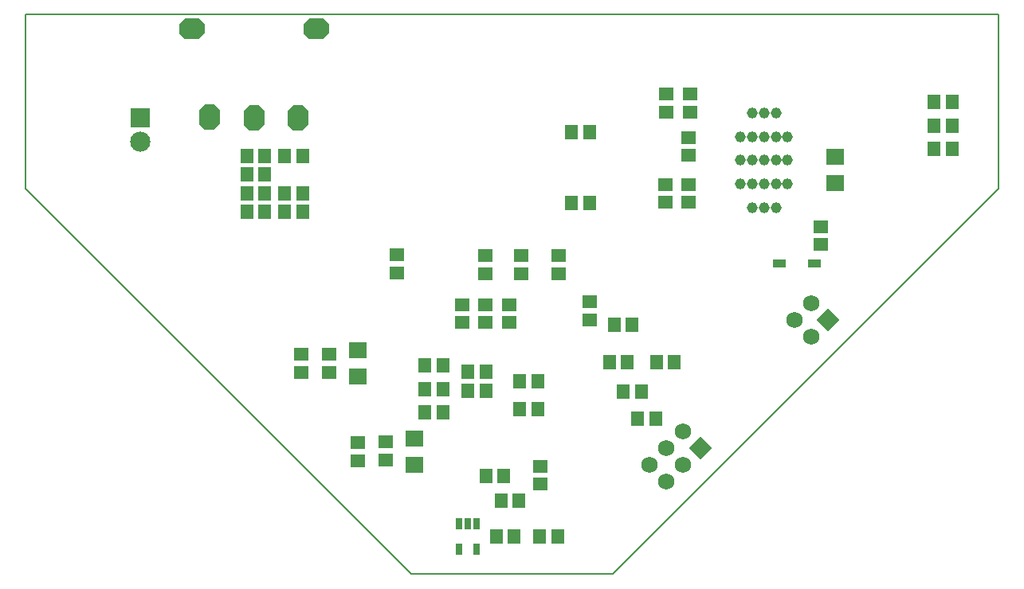
<source format=gbs>
%FSLAX44Y44*%
%MOMM*%
G71*
G01*
G75*
G04 Layer_Color=16711935*
%ADD10R,1.3000X1.5000*%
%ADD11O,0.6000X1.5000*%
%ADD12R,2.8000X2.1000*%
%ADD13R,2.0000X0.6100*%
G04:AMPARAMS|DCode=14|XSize=1.145mm|YSize=0.55mm|CornerRadius=0.1375mm|HoleSize=0mm|Usage=FLASHONLY|Rotation=270.000|XOffset=0mm|YOffset=0mm|HoleType=Round|Shape=RoundedRectangle|*
%AMROUNDEDRECTD14*
21,1,1.1450,0.2750,0,0,270.0*
21,1,0.8700,0.5500,0,0,270.0*
1,1,0.2750,-0.1375,-0.4350*
1,1,0.2750,-0.1375,0.4350*
1,1,0.2750,0.1375,0.4350*
1,1,0.2750,0.1375,-0.4350*
%
%ADD14ROUNDEDRECTD14*%
G04:AMPARAMS|DCode=15|XSize=1.145mm|YSize=0.55mm|CornerRadius=0.1375mm|HoleSize=0mm|Usage=FLASHONLY|Rotation=0.000|XOffset=0mm|YOffset=0mm|HoleType=Round|Shape=RoundedRectangle|*
%AMROUNDEDRECTD15*
21,1,1.1450,0.2750,0,0,0.0*
21,1,0.8700,0.5500,0,0,0.0*
1,1,0.2750,0.4350,-0.1375*
1,1,0.2750,-0.4350,-0.1375*
1,1,0.2750,-0.4350,0.1375*
1,1,0.2750,0.4350,0.1375*
%
%ADD15ROUNDEDRECTD15*%
G04:AMPARAMS|DCode=16|XSize=0.3mm|YSize=0.75mm|CornerRadius=0.075mm|HoleSize=0mm|Usage=FLASHONLY|Rotation=90.000|XOffset=0mm|YOffset=0mm|HoleType=Round|Shape=RoundedRectangle|*
%AMROUNDEDRECTD16*
21,1,0.3000,0.6000,0,0,90.0*
21,1,0.1500,0.7500,0,0,90.0*
1,1,0.1500,0.3000,0.0750*
1,1,0.1500,0.3000,-0.0750*
1,1,0.1500,-0.3000,-0.0750*
1,1,0.1500,-0.3000,0.0750*
%
%ADD16ROUNDEDRECTD16*%
G04:AMPARAMS|DCode=17|XSize=0.3mm|YSize=0.75mm|CornerRadius=0.075mm|HoleSize=0mm|Usage=FLASHONLY|Rotation=0.000|XOffset=0mm|YOffset=0mm|HoleType=Round|Shape=RoundedRectangle|*
%AMROUNDEDRECTD17*
21,1,0.3000,0.6000,0,0,0.0*
21,1,0.1500,0.7500,0,0,0.0*
1,1,0.1500,0.0750,-0.3000*
1,1,0.1500,-0.0750,-0.3000*
1,1,0.1500,-0.0750,0.3000*
1,1,0.1500,0.0750,0.3000*
%
%ADD17ROUNDEDRECTD17*%
%ADD18R,0.6000X1.0500*%
%ADD19R,1.4000X0.2800*%
%ADD20O,0.4000X2.1500*%
%ADD21O,0.4000X2.1500*%
%ADD22R,3.2000X1.8000*%
%ADD23R,1.8000X1.6000*%
%ADD24R,1.5000X1.3000*%
%ADD25R,7.0000X4.0000*%
%ADD26R,2.8000X3.8000*%
%ADD27R,1.2000X0.7000*%
%ADD28R,2.6000X2.4000*%
%ADD29R,2.2000X2.0000*%
%ADD30R,1.6000X1.8000*%
%ADD31R,4.2400X3.8100*%
%ADD32R,4.2400X3.0000*%
%ADD33O,2.0000X0.4600*%
%ADD34R,6.4000X10.0000*%
%ADD35R,3.4000X3.1000*%
%ADD36R,1.5000X1.5000*%
%ADD37C,0.4000*%
%ADD38C,0.2000*%
%ADD39C,0.5080*%
%ADD40C,0.3000*%
%ADD41C,0.5000*%
%ADD42C,0.3810*%
%ADD43C,1.0000*%
%ADD44C,0.2794*%
%ADD45C,0.3556*%
%ADD46C,2.0000*%
%ADD47C,0.4572*%
%ADD48C,1.5000*%
%ADD49C,0.1778*%
%ADD50P,2.2627X4X270.0*%
%ADD51C,1.6000*%
%ADD52C,1.0000*%
G04:AMPARAMS|DCode=53|XSize=2.5mm|YSize=2mm|CornerRadius=0mm|HoleSize=0mm|Usage=FLASHONLY|Rotation=0.000|XOffset=0mm|YOffset=0mm|HoleType=Round|Shape=Octagon|*
%AMOCTAGOND53*
4,1,8,1.2500,-0.5000,1.2500,0.5000,0.7500,1.0000,-0.7500,1.0000,-1.2500,0.5000,-1.2500,-0.5000,-0.7500,-1.0000,0.7500,-1.0000,1.2500,-0.5000,0.0*
%
%ADD53OCTAGOND53*%

G04:AMPARAMS|DCode=54|XSize=2.5mm|YSize=2mm|CornerRadius=0mm|HoleSize=0mm|Usage=FLASHONLY|Rotation=270.000|XOffset=0mm|YOffset=0mm|HoleType=Round|Shape=Octagon|*
%AMOCTAGOND54*
4,1,8,-0.5000,-1.2500,0.5000,-1.2500,1.0000,-0.7500,1.0000,0.7500,0.5000,1.2500,-0.5000,1.2500,-1.0000,0.7500,-1.0000,-0.7500,-0.5000,-1.2500,0.0*
%
%ADD54OCTAGOND54*%

%ADD55C,2.0000*%
%ADD56R,2.0000X2.0000*%
%ADD57C,0.6000*%
%ADD58C,0.7500*%
%ADD59R,0.5500X1.0000*%
%ADD60C,0.2500*%
%ADD61C,0.0208*%
%ADD62C,0.1000*%
%ADD63C,0.1524*%
%ADD64C,0.1200*%
%ADD65C,0.2200*%
%ADD66C,0.2800*%
%ADD67R,0.5500X1.4000*%
%ADD68R,1.4500X1.6500*%
%ADD69O,0.7500X1.6500*%
%ADD70R,2.9500X2.2500*%
%ADD71R,2.1500X0.7600*%
G04:AMPARAMS|DCode=72|XSize=1.295mm|YSize=0.7mm|CornerRadius=0.2125mm|HoleSize=0mm|Usage=FLASHONLY|Rotation=270.000|XOffset=0mm|YOffset=0mm|HoleType=Round|Shape=RoundedRectangle|*
%AMROUNDEDRECTD72*
21,1,1.2950,0.2750,0,0,270.0*
21,1,0.8700,0.7000,0,0,270.0*
1,1,0.4250,-0.1375,-0.4350*
1,1,0.4250,-0.1375,0.4350*
1,1,0.4250,0.1375,0.4350*
1,1,0.4250,0.1375,-0.4350*
%
%ADD72ROUNDEDRECTD72*%
G04:AMPARAMS|DCode=73|XSize=1.295mm|YSize=0.7mm|CornerRadius=0.2125mm|HoleSize=0mm|Usage=FLASHONLY|Rotation=0.000|XOffset=0mm|YOffset=0mm|HoleType=Round|Shape=RoundedRectangle|*
%AMROUNDEDRECTD73*
21,1,1.2950,0.2750,0,0,0.0*
21,1,0.8700,0.7000,0,0,0.0*
1,1,0.4250,0.4350,-0.1375*
1,1,0.4250,-0.4350,-0.1375*
1,1,0.4250,-0.4350,0.1375*
1,1,0.4250,0.4350,0.1375*
%
%ADD73ROUNDEDRECTD73*%
G04:AMPARAMS|DCode=74|XSize=0.45mm|YSize=0.9mm|CornerRadius=0.15mm|HoleSize=0mm|Usage=FLASHONLY|Rotation=90.000|XOffset=0mm|YOffset=0mm|HoleType=Round|Shape=RoundedRectangle|*
%AMROUNDEDRECTD74*
21,1,0.4500,0.6000,0,0,90.0*
21,1,0.1500,0.9000,0,0,90.0*
1,1,0.3000,0.3000,0.0750*
1,1,0.3000,0.3000,-0.0750*
1,1,0.3000,-0.3000,-0.0750*
1,1,0.3000,-0.3000,0.0750*
%
%ADD74ROUNDEDRECTD74*%
G04:AMPARAMS|DCode=75|XSize=0.45mm|YSize=0.9mm|CornerRadius=0.15mm|HoleSize=0mm|Usage=FLASHONLY|Rotation=0.000|XOffset=0mm|YOffset=0mm|HoleType=Round|Shape=RoundedRectangle|*
%AMROUNDEDRECTD75*
21,1,0.4500,0.6000,0,0,0.0*
21,1,0.1500,0.9000,0,0,0.0*
1,1,0.3000,0.0750,-0.3000*
1,1,0.3000,-0.0750,-0.3000*
1,1,0.3000,-0.0750,0.3000*
1,1,0.3000,0.0750,0.3000*
%
%ADD75ROUNDEDRECTD75*%
%ADD76R,0.7500X1.2000*%
%ADD77R,1.5500X0.4300*%
%ADD78O,0.5500X2.3000*%
%ADD79O,0.5500X2.3000*%
%ADD80R,3.3500X1.9500*%
%ADD81R,1.9500X1.7500*%
%ADD82R,1.6500X1.4500*%
%ADD83R,7.1500X4.1500*%
%ADD84R,2.9500X3.9500*%
%ADD85R,1.3500X0.8500*%
%ADD86R,2.7500X2.5500*%
%ADD87R,2.3500X2.1500*%
%ADD88R,1.7500X1.9500*%
%ADD89R,4.3900X3.9600*%
%ADD90R,4.3900X3.1500*%
%ADD91O,2.1500X0.6100*%
%ADD92R,6.5500X10.1500*%
%ADD93R,3.5500X3.2500*%
%ADD94R,1.6500X1.6500*%
%ADD95P,2.4749X4X270.0*%
%ADD96C,1.7500*%
%ADD97C,1.1500*%
G04:AMPARAMS|DCode=98|XSize=2.65mm|YSize=2.15mm|CornerRadius=0mm|HoleSize=0mm|Usage=FLASHONLY|Rotation=0.000|XOffset=0mm|YOffset=0mm|HoleType=Round|Shape=Octagon|*
%AMOCTAGOND98*
4,1,8,1.3250,-0.5375,1.3250,0.5375,0.7875,1.0750,-0.7875,1.0750,-1.3250,0.5375,-1.3250,-0.5375,-0.7875,-1.0750,0.7875,-1.0750,1.3250,-0.5375,0.0*
%
%ADD98OCTAGOND98*%

G04:AMPARAMS|DCode=99|XSize=2.65mm|YSize=2.15mm|CornerRadius=0mm|HoleSize=0mm|Usage=FLASHONLY|Rotation=270.000|XOffset=0mm|YOffset=0mm|HoleType=Round|Shape=Octagon|*
%AMOCTAGOND99*
4,1,8,-0.5375,-1.3250,0.5375,-1.3250,1.0750,-0.7875,1.0750,0.7875,0.5375,1.3250,-0.5375,1.3250,-1.0750,0.7875,-1.0750,-0.7875,-0.5375,-1.3250,0.0*
%
%ADD99OCTAGOND99*%

%ADD100C,2.1500*%
%ADD101R,2.1500X2.1500*%
%ADD102C,0.1500*%
%ADD103R,0.7000X1.1500*%
D38*
X600000Y110000D02*
X707000D01*
X814000D02*
X1224000Y520000D01*
X190000D02*
X600000Y110000D01*
X1224000Y520000D02*
Y705000D01*
X190000Y520000D02*
Y705000D01*
X1224000D01*
X707000Y110000D02*
X814000D01*
D68*
X789500Y505000D02*
D03*
X770500D02*
D03*
X789500Y580000D02*
D03*
X770500D02*
D03*
X633500Y282000D02*
D03*
X614500D02*
D03*
X633500Y332000D02*
D03*
X614500D02*
D03*
X829500Y335000D02*
D03*
X810500D02*
D03*
X879500D02*
D03*
X860500D02*
D03*
X834500Y375000D02*
D03*
X815500D02*
D03*
X825500Y304000D02*
D03*
X844500D02*
D03*
X840500Y275000D02*
D03*
X859500D02*
D03*
X660500Y325000D02*
D03*
X679500D02*
D03*
Y305000D02*
D03*
X660500D02*
D03*
X715500Y315000D02*
D03*
X734500D02*
D03*
X715500Y285000D02*
D03*
X734500D02*
D03*
X614500Y307000D02*
D03*
X633500D02*
D03*
X484500Y515000D02*
D03*
X465500D02*
D03*
X465500Y495000D02*
D03*
X484500D02*
D03*
X425500Y535000D02*
D03*
X444500D02*
D03*
X1174500Y612000D02*
D03*
X1155500D02*
D03*
X1174500Y587000D02*
D03*
X1155500D02*
D03*
X1174500Y562000D02*
D03*
X1155500D02*
D03*
X714350Y187960D02*
D03*
X695350D02*
D03*
X755500Y150000D02*
D03*
X736500D02*
D03*
X690500D02*
D03*
X709500D02*
D03*
X698500Y214000D02*
D03*
X679500D02*
D03*
X425500Y515000D02*
D03*
X444500D02*
D03*
X425500Y555000D02*
D03*
X444500D02*
D03*
X484500D02*
D03*
X465500D02*
D03*
X425500Y495000D02*
D03*
X444500D02*
D03*
D81*
X1050000Y526000D02*
D03*
Y554000D02*
D03*
X543000Y320000D02*
D03*
Y348000D02*
D03*
X603000Y226000D02*
D03*
Y254000D02*
D03*
D82*
X704000Y396500D02*
D03*
Y377500D02*
D03*
X790000Y380500D02*
D03*
Y399500D02*
D03*
X895000Y505500D02*
D03*
Y524500D02*
D03*
X654000Y396500D02*
D03*
Y377500D02*
D03*
X679000Y377500D02*
D03*
Y396500D02*
D03*
X870000Y524500D02*
D03*
Y505500D02*
D03*
X585000Y430500D02*
D03*
Y449500D02*
D03*
X757000Y448500D02*
D03*
Y429500D02*
D03*
X717000Y448500D02*
D03*
Y429500D02*
D03*
X679000Y448500D02*
D03*
Y429500D02*
D03*
X871000Y601500D02*
D03*
Y620500D02*
D03*
X737000Y224500D02*
D03*
Y205500D02*
D03*
X483000Y324500D02*
D03*
Y343500D02*
D03*
X513000Y343500D02*
D03*
Y324500D02*
D03*
X543000Y230500D02*
D03*
Y249500D02*
D03*
X573000Y250500D02*
D03*
Y231500D02*
D03*
X895000Y574500D02*
D03*
Y555500D02*
D03*
X1035000Y460500D02*
D03*
Y479500D02*
D03*
X896000Y620500D02*
D03*
Y601500D02*
D03*
D85*
X991500Y440000D02*
D03*
X1028500D02*
D03*
D95*
X906941Y243980D02*
D03*
X1042961Y380000D02*
D03*
D96*
X888980Y226020D02*
D03*
X871020Y208059D02*
D03*
X853059Y226020D02*
D03*
X871020Y243980D02*
D03*
X888980Y261941D02*
D03*
X1025000Y362039D02*
D03*
X1007039Y380000D02*
D03*
X1025000Y397961D02*
D03*
D97*
X987500Y600000D02*
D03*
X962500D02*
D03*
X975000D02*
D03*
X1000000Y575000D02*
D03*
X987500D02*
D03*
X975000D02*
D03*
X962500D02*
D03*
X950000D02*
D03*
X1000000Y550000D02*
D03*
X987500D02*
D03*
X975000D02*
D03*
X962500D02*
D03*
X950000D02*
D03*
X987500Y500000D02*
D03*
X975000D02*
D03*
X962500D02*
D03*
X1000000Y525000D02*
D03*
X987500D02*
D03*
X975000D02*
D03*
X962500D02*
D03*
X950000D02*
D03*
D98*
X366970Y690250D02*
D03*
X499050D02*
D03*
D99*
X386000Y596000D02*
D03*
X433000Y595000D02*
D03*
X480000D02*
D03*
D100*
X312000Y570000D02*
D03*
D101*
Y595000D02*
D03*
D102*
X1080000Y440000D02*
D03*
X332000D02*
D03*
X600000Y175000D02*
D03*
X810000D02*
D03*
D103*
X660000Y163500D02*
D03*
X669500D02*
D03*
X651000D02*
D03*
X669500Y136500D02*
D03*
X650500D02*
D03*
M02*

</source>
